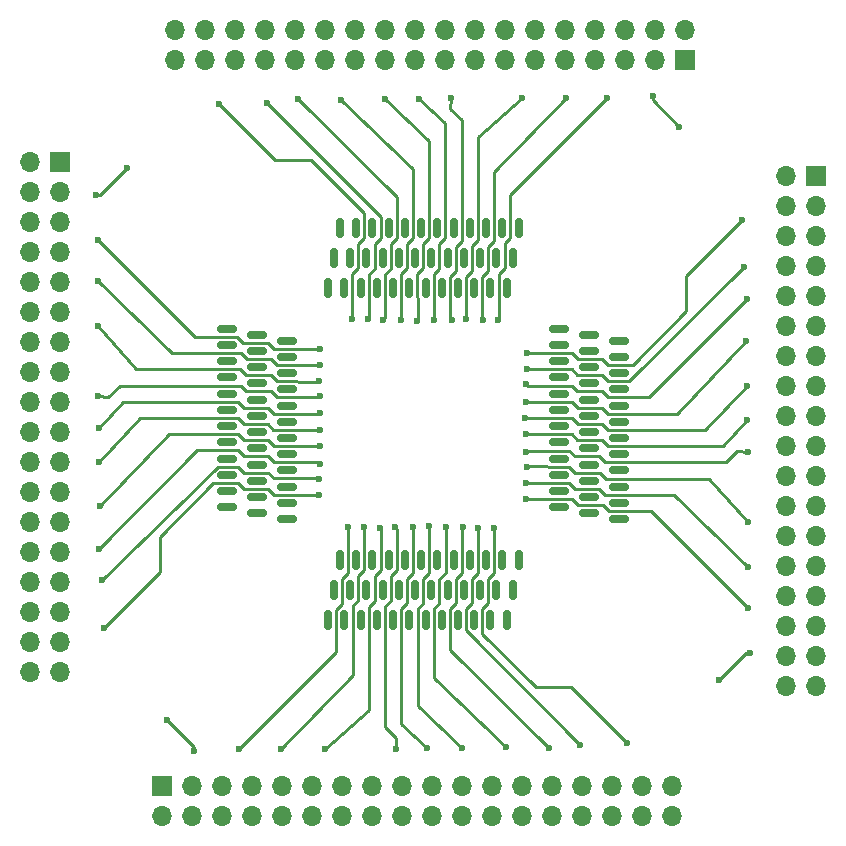
<source format=gbr>
G04 #@! TF.FileFunction,Copper,L2,Bot,Signal*
%FSLAX46Y46*%
G04 Gerber Fmt 4.6, Leading zero omitted, Abs format (unit mm)*
G04 Created by KiCad (PCBNEW 4.0.5+dfsg1-4) date Sat Sep 30 20:54:29 2017*
%MOMM*%
%LPD*%
G01*
G04 APERTURE LIST*
%ADD10C,0.100000*%
%ADD11O,0.700000X1.740000*%
%ADD12O,1.740000X0.700000*%
%ADD13R,1.700000X1.700000*%
%ADD14O,1.700000X1.700000*%
%ADD15C,0.600000*%
%ADD16C,0.250000*%
G04 APERTURE END LIST*
D10*
D11*
X146127501Y-105325000D03*
X144752501Y-105325000D03*
D12*
X129735001Y-85762500D03*
X129735001Y-87137500D03*
X129735001Y-88512500D03*
X129735001Y-89887500D03*
X129735001Y-91262500D03*
X129735001Y-92637500D03*
X129735001Y-94012500D03*
X129735001Y-95387500D03*
X129735001Y-96762500D03*
X129735001Y-98137500D03*
X129735001Y-99512500D03*
X129735001Y-100887500D03*
X162895001Y-86762500D03*
X162895001Y-88137500D03*
X162895001Y-89512500D03*
X162895001Y-90887500D03*
X162895001Y-92262500D03*
X162895001Y-93637500D03*
X162895001Y-95012500D03*
X162895001Y-96387500D03*
X162895001Y-97762500D03*
X162895001Y-99137500D03*
X162895001Y-100512500D03*
X162895001Y-101887500D03*
X160355001Y-86262500D03*
X160355001Y-87637500D03*
X160355001Y-89012500D03*
X160355001Y-90387500D03*
X160355001Y-91762500D03*
X160355001Y-93137500D03*
X160355001Y-94512500D03*
X160355001Y-95887500D03*
X160355001Y-97262500D03*
X160355001Y-98637500D03*
X160355001Y-100012500D03*
X160355001Y-101387500D03*
X132275001Y-86262500D03*
X132275001Y-87637500D03*
X132275001Y-89012500D03*
X132275001Y-90387500D03*
X132275001Y-91762500D03*
X132275001Y-93137500D03*
X132275001Y-94512500D03*
X132275001Y-95887500D03*
X132275001Y-97262500D03*
X132275001Y-98637500D03*
X132275001Y-100012500D03*
X132275001Y-101387500D03*
X157815001Y-85762500D03*
X157815001Y-87137500D03*
X157815001Y-88512500D03*
X157815001Y-89887500D03*
X157815001Y-91262500D03*
X157815001Y-92637500D03*
X157815001Y-94012500D03*
X157815001Y-95387500D03*
X157815001Y-96762500D03*
X157815001Y-98137500D03*
X157815001Y-99512500D03*
X134815001Y-86762500D03*
X134815001Y-88137500D03*
X134815001Y-89512500D03*
X134815001Y-90887500D03*
X134815001Y-92262500D03*
X134815001Y-93637500D03*
X134815001Y-95012500D03*
X134815001Y-96387500D03*
X134815001Y-97762500D03*
X134815001Y-99137500D03*
X134815001Y-100512500D03*
X157815001Y-100887500D03*
X134815001Y-101887500D03*
D11*
X139252501Y-77245000D03*
X139252501Y-105325000D03*
X140627501Y-77245000D03*
X142002501Y-77245000D03*
X143377501Y-77245000D03*
X144752501Y-77245000D03*
X146127501Y-77245000D03*
X147502501Y-77245000D03*
X148877501Y-77245000D03*
X150252501Y-77245000D03*
X151627501Y-77245000D03*
X153002501Y-77245000D03*
X154377501Y-77245000D03*
X140627501Y-105325000D03*
X142002501Y-105325000D03*
X143377501Y-105325000D03*
X147502501Y-105325000D03*
X148877501Y-105325000D03*
X150252501Y-105325000D03*
X151627501Y-105325000D03*
X153002501Y-105325000D03*
X154377501Y-105325000D03*
X138752501Y-79785000D03*
X140127501Y-79785000D03*
X141502501Y-79785000D03*
X142877501Y-79785000D03*
X144252501Y-79785000D03*
X145627501Y-79785000D03*
X147002501Y-79785000D03*
X148377501Y-79785000D03*
X149752501Y-79785000D03*
X151127501Y-79785000D03*
X152502501Y-79785000D03*
X153877501Y-79785000D03*
X138752501Y-107865000D03*
X140127501Y-107865000D03*
X141502501Y-107865000D03*
X142877501Y-107865000D03*
X144252501Y-107865000D03*
X145627501Y-107865000D03*
X147002501Y-107865000D03*
X148377501Y-107865000D03*
X149752501Y-107865000D03*
X151127501Y-107865000D03*
X152502501Y-107865000D03*
X153877501Y-107865000D03*
X138252501Y-110405000D03*
X139627501Y-110405000D03*
X141002501Y-110405000D03*
X142377501Y-110405000D03*
X143752501Y-110405000D03*
X145127501Y-110405000D03*
X146502501Y-110405000D03*
X147877501Y-110405000D03*
X149252501Y-110405000D03*
X150627501Y-110405000D03*
X152002501Y-110405000D03*
X153377501Y-110405000D03*
X138252501Y-82325000D03*
X139627501Y-82325000D03*
X141002501Y-82325000D03*
X142377501Y-82325000D03*
X143752501Y-82325000D03*
X145127501Y-82325000D03*
X146502501Y-82325000D03*
X147877501Y-82325000D03*
X149252501Y-82325000D03*
X150627501Y-82325000D03*
X152002501Y-82325000D03*
X153377501Y-82325000D03*
D13*
X115570000Y-71660000D03*
D14*
X113030000Y-71660000D03*
X115570000Y-74200000D03*
X113030000Y-74200000D03*
X115570000Y-76740000D03*
X113030000Y-76740000D03*
X115570000Y-79280000D03*
X113030000Y-79280000D03*
X115570000Y-81820000D03*
X113030000Y-81820000D03*
X115570000Y-84360000D03*
X113030000Y-84360000D03*
X115570000Y-86900000D03*
X113030000Y-86900000D03*
X115570000Y-89440000D03*
X113030000Y-89440000D03*
X115570000Y-91980000D03*
X113030000Y-91980000D03*
X115570000Y-94520000D03*
X113030000Y-94520000D03*
X115570000Y-97060000D03*
X113030000Y-97060000D03*
X115570000Y-99600000D03*
X113030000Y-99600000D03*
X115570000Y-102140000D03*
X113030000Y-102140000D03*
X115570000Y-104680000D03*
X113030000Y-104680000D03*
X115570000Y-107220000D03*
X113030000Y-107220000D03*
X115570000Y-109760000D03*
X113030000Y-109760000D03*
X115570000Y-112300000D03*
X113030000Y-112300000D03*
X115570000Y-114840000D03*
X113030000Y-114840000D03*
D13*
X168500000Y-63010000D03*
D14*
X168500000Y-60470000D03*
X165960000Y-63010000D03*
X165960000Y-60470000D03*
X163420000Y-63010000D03*
X163420000Y-60470000D03*
X160880000Y-63010000D03*
X160880000Y-60470000D03*
X158340000Y-63010000D03*
X158340000Y-60470000D03*
X155800000Y-63010000D03*
X155800000Y-60470000D03*
X153260000Y-63010000D03*
X153260000Y-60470000D03*
X150720000Y-63010000D03*
X150720000Y-60470000D03*
X148180000Y-63010000D03*
X148180000Y-60470000D03*
X145640000Y-63010000D03*
X145640000Y-60470000D03*
X143100000Y-63010000D03*
X143100000Y-60470000D03*
X140560000Y-63010000D03*
X140560000Y-60470000D03*
X138020000Y-63010000D03*
X138020000Y-60470000D03*
X135480000Y-63010000D03*
X135480000Y-60470000D03*
X132940000Y-63010000D03*
X132940000Y-60470000D03*
X130400000Y-63010000D03*
X130400000Y-60470000D03*
X127860000Y-63010000D03*
X127860000Y-60470000D03*
X125320000Y-63010000D03*
X125320000Y-60470000D03*
D13*
X124170000Y-124460000D03*
D14*
X124170000Y-127000000D03*
X126710000Y-124460000D03*
X126710000Y-127000000D03*
X129250000Y-124460000D03*
X129250000Y-127000000D03*
X131790000Y-124460000D03*
X131790000Y-127000000D03*
X134330000Y-124460000D03*
X134330000Y-127000000D03*
X136870000Y-124460000D03*
X136870000Y-127000000D03*
X139410000Y-124460000D03*
X139410000Y-127000000D03*
X141950000Y-124460000D03*
X141950000Y-127000000D03*
X144490000Y-124460000D03*
X144490000Y-127000000D03*
X147030000Y-124460000D03*
X147030000Y-127000000D03*
X149570000Y-124460000D03*
X149570000Y-127000000D03*
X152110000Y-124460000D03*
X152110000Y-127000000D03*
X154650000Y-124460000D03*
X154650000Y-127000000D03*
X157190000Y-124460000D03*
X157190000Y-127000000D03*
X159730000Y-124460000D03*
X159730000Y-127000000D03*
X162270000Y-124460000D03*
X162270000Y-127000000D03*
X164810000Y-124460000D03*
X164810000Y-127000000D03*
X167350000Y-124460000D03*
X167350000Y-127000000D03*
D13*
X179530000Y-72790000D03*
D14*
X176990000Y-72790000D03*
X179530000Y-75330000D03*
X176990000Y-75330000D03*
X179530000Y-77870000D03*
X176990000Y-77870000D03*
X179530000Y-80410000D03*
X176990000Y-80410000D03*
X179530000Y-82950000D03*
X176990000Y-82950000D03*
X179530000Y-85490000D03*
X176990000Y-85490000D03*
X179530000Y-88030000D03*
X176990000Y-88030000D03*
X179530000Y-90570000D03*
X176990000Y-90570000D03*
X179530000Y-93110000D03*
X176990000Y-93110000D03*
X179530000Y-95650000D03*
X176990000Y-95650000D03*
X179530000Y-98190000D03*
X176990000Y-98190000D03*
X179530000Y-100730000D03*
X176990000Y-100730000D03*
X179530000Y-103270000D03*
X176990000Y-103270000D03*
X179530000Y-105810000D03*
X176990000Y-105810000D03*
X179530000Y-108350000D03*
X176990000Y-108350000D03*
X179530000Y-110890000D03*
X176990000Y-110890000D03*
X179530000Y-113430000D03*
X176990000Y-113430000D03*
X179530000Y-115970000D03*
X176990000Y-115970000D03*
D15*
X118610000Y-74400000D03*
X121200000Y-72140000D03*
X137530000Y-87470000D03*
X118750000Y-78250000D03*
X118750000Y-81750000D03*
X137540000Y-88800000D03*
X118750000Y-85500000D03*
X137510000Y-90180000D03*
X118750000Y-91480000D03*
X137580000Y-91420000D03*
X137570000Y-92930000D03*
X118860000Y-94160000D03*
X137610000Y-94330000D03*
X118860000Y-97060000D03*
X118910000Y-100810000D03*
X137570000Y-95700000D03*
X137530000Y-97220000D03*
X118860000Y-104440000D03*
X119140000Y-107070000D03*
X137510000Y-98470000D03*
X119300000Y-111090000D03*
X137480000Y-99820000D03*
X165735104Y-66078200D03*
X167995104Y-68668200D03*
X152665104Y-84998200D03*
X161885104Y-66218200D03*
X158385104Y-66218200D03*
X151335104Y-85008200D03*
X154635104Y-66218200D03*
X149955104Y-84978200D03*
X148655104Y-66218200D03*
X148715104Y-85048200D03*
X145975104Y-66328200D03*
X147205104Y-85038200D03*
X145805104Y-85078200D03*
X143075104Y-66328200D03*
X139325104Y-66378200D03*
X144435104Y-85038200D03*
X142915104Y-84998200D03*
X135695104Y-66328200D03*
X133065104Y-66608200D03*
X141665104Y-84978200D03*
X129045104Y-66768200D03*
X140315104Y-84948200D03*
X124634657Y-118910719D03*
X126894657Y-121500719D03*
X139964657Y-102580719D03*
X130744657Y-121360719D03*
X141294657Y-102570719D03*
X134244657Y-121360719D03*
X142674657Y-102600719D03*
X137994657Y-121360719D03*
X143914657Y-102530719D03*
X143974657Y-121360719D03*
X145424657Y-102540719D03*
X146654657Y-121250719D03*
X146824657Y-102500719D03*
X149554657Y-121250719D03*
X148194657Y-102540719D03*
X153304657Y-121200719D03*
X149714657Y-102580719D03*
X156934657Y-121250719D03*
X150964657Y-102600719D03*
X159564657Y-120970719D03*
X152314657Y-102630719D03*
X163584657Y-120810719D03*
X155085000Y-87825000D03*
X173265000Y-76555000D03*
X155055000Y-89175000D03*
X173425000Y-80575000D03*
X173705000Y-83205000D03*
X155035000Y-90425000D03*
X154995000Y-91945000D03*
X173655000Y-86835000D03*
X173705000Y-90585000D03*
X154955000Y-93315000D03*
X154995000Y-94715000D03*
X173705000Y-93485000D03*
X154985000Y-96225000D03*
X173815000Y-96165000D03*
X155055000Y-97465000D03*
X173815000Y-102145000D03*
X155025000Y-98845000D03*
X173815000Y-105895000D03*
X173815000Y-109395000D03*
X155035000Y-100175000D03*
X171365000Y-115505000D03*
X173955000Y-113245000D03*
D16*
X118940000Y-74400000D02*
X118610000Y-74400000D01*
X121200000Y-72140000D02*
X118940000Y-74400000D01*
X137510000Y-87450000D02*
X137530000Y-87470000D01*
X133670000Y-87450000D02*
X137510000Y-87450000D01*
X133160000Y-86940000D02*
X133670000Y-87450000D01*
X131050000Y-86940000D02*
X133160000Y-86940000D01*
X130560000Y-86450000D02*
X131050000Y-86940000D01*
X126990000Y-86450000D02*
X130560000Y-86450000D01*
X118750000Y-78250000D02*
X126990000Y-86450000D01*
X137540000Y-88800000D02*
X137510000Y-88830000D01*
X137510000Y-88830000D02*
X133920000Y-88830000D01*
X133920000Y-88830000D02*
X133410000Y-88320000D01*
X133410000Y-88320000D02*
X131360000Y-88320000D01*
X131360000Y-88320000D02*
X130870000Y-87830000D01*
X130870000Y-87830000D02*
X125050000Y-87830000D01*
X125050000Y-87830000D02*
X118750000Y-81750000D01*
X122030000Y-89190000D02*
X118750000Y-85500000D01*
X130820000Y-89190000D02*
X122030000Y-89190000D01*
X131330000Y-89700000D02*
X130820000Y-89190000D01*
X133390000Y-89700000D02*
X131330000Y-89700000D01*
X133890000Y-90200000D02*
X133390000Y-89700000D01*
X137460000Y-90230000D02*
X133890000Y-90200000D01*
X137510000Y-90180000D02*
X137460000Y-90230000D01*
X119660000Y-91530000D02*
X118750000Y-91480000D01*
X120620000Y-90570000D02*
X119660000Y-91530000D01*
X130840000Y-90570000D02*
X120620000Y-90570000D01*
X131340000Y-91070000D02*
X130840000Y-90570000D01*
X133420000Y-91070000D02*
X131340000Y-91070000D01*
X133920000Y-91570000D02*
X133420000Y-91070000D01*
X137430000Y-91570000D02*
X133920000Y-91570000D01*
X137580000Y-91420000D02*
X137430000Y-91570000D01*
X137550000Y-92950000D02*
X137570000Y-92930000D01*
X133700000Y-92950000D02*
X137550000Y-92950000D01*
X133200000Y-92450000D02*
X133700000Y-92950000D01*
X131130000Y-92450000D02*
X133200000Y-92450000D01*
X130630000Y-91950000D02*
X131130000Y-92450000D01*
X120850000Y-91950000D02*
X130630000Y-91950000D01*
X118860000Y-94160000D02*
X120850000Y-91950000D01*
X137590000Y-94310000D02*
X137610000Y-94330000D01*
X133630000Y-94320000D02*
X137590000Y-94310000D01*
X133140000Y-93830000D02*
X133630000Y-94320000D01*
X131120000Y-93830000D02*
X133140000Y-93830000D01*
X130620000Y-93330000D02*
X131120000Y-93830000D01*
X122370000Y-93330000D02*
X130620000Y-93330000D01*
X118860000Y-97060000D02*
X122370000Y-93330000D01*
X118910000Y-100810000D02*
X124800000Y-94700000D01*
X124800000Y-94700000D02*
X130620000Y-94700000D01*
X130620000Y-94700000D02*
X131110000Y-95190000D01*
X131110000Y-95190000D02*
X133140000Y-95190000D01*
X133140000Y-95190000D02*
X133650000Y-95700000D01*
X133650000Y-95700000D02*
X137570000Y-95700000D01*
X137380000Y-97070000D02*
X137530000Y-97220000D01*
X133700000Y-97070000D02*
X137380000Y-97070000D01*
X133200000Y-96570000D02*
X133700000Y-97070000D01*
X131140000Y-96570000D02*
X133200000Y-96570000D01*
X130640000Y-96070000D02*
X131140000Y-96570000D01*
X127140000Y-96070000D02*
X130640000Y-96070000D01*
X118860000Y-104440000D02*
X127140000Y-96070000D01*
X119140000Y-107070000D02*
X128930000Y-97440000D01*
X128930000Y-97440000D02*
X130610000Y-97440000D01*
X130610000Y-97440000D02*
X131110000Y-97940000D01*
X131110000Y-97940000D02*
X133200000Y-97940000D01*
X133200000Y-97940000D02*
X133700000Y-98440000D01*
X133700000Y-98440000D02*
X137480000Y-98440000D01*
X137480000Y-98440000D02*
X137510000Y-98470000D01*
X119300000Y-111090000D02*
X123990000Y-106350000D01*
X123990000Y-106350000D02*
X123990000Y-103360000D01*
X133660000Y-99820000D02*
X137480000Y-99820000D01*
X133160000Y-99320000D02*
X133660000Y-99820000D01*
X131130000Y-99320000D02*
X133160000Y-99320000D01*
X130630000Y-98820000D02*
X131130000Y-99320000D01*
X128530000Y-98820000D02*
X130630000Y-98820000D01*
X123990000Y-103360000D02*
X128530000Y-98820000D01*
X165735104Y-66408200D02*
X165735104Y-66078200D01*
X167995104Y-68668200D02*
X165735104Y-66408200D01*
X152685104Y-84978200D02*
X152665104Y-84998200D01*
X152685104Y-81138200D02*
X152685104Y-84978200D01*
X153195104Y-80628200D02*
X152685104Y-81138200D01*
X153195104Y-78538200D02*
X153195104Y-80628200D01*
X153685104Y-78048200D02*
X153195104Y-78538200D01*
X153685104Y-74458200D02*
X153685104Y-78048200D01*
X161885104Y-66218200D02*
X153685104Y-74458200D01*
X151335104Y-85008200D02*
X151305104Y-84978200D01*
X151305104Y-84978200D02*
X151305104Y-81388200D01*
X151305104Y-81388200D02*
X151815104Y-80878200D01*
X151815104Y-80878200D02*
X151815104Y-78828200D01*
X151815104Y-78828200D02*
X152305104Y-78338200D01*
X152305104Y-78338200D02*
X152305104Y-72518200D01*
X152305104Y-72518200D02*
X158385104Y-66218200D01*
X150945104Y-69498200D02*
X154635104Y-66218200D01*
X150945104Y-78288200D02*
X150945104Y-69498200D01*
X150435104Y-78798200D02*
X150945104Y-78288200D01*
X150435104Y-80858200D02*
X150435104Y-78798200D01*
X149935104Y-81358200D02*
X150435104Y-80858200D01*
X149905104Y-84928200D02*
X149935104Y-81358200D01*
X149955104Y-84978200D02*
X149905104Y-84928200D01*
X148605104Y-67128200D02*
X148655104Y-66218200D01*
X149565104Y-68088200D02*
X148605104Y-67128200D01*
X149565104Y-78308200D02*
X149565104Y-68088200D01*
X149065104Y-78808200D02*
X149565104Y-78308200D01*
X149065104Y-80888200D02*
X149065104Y-78808200D01*
X148565104Y-81388200D02*
X149065104Y-80888200D01*
X148565104Y-84898200D02*
X148565104Y-81388200D01*
X148715104Y-85048200D02*
X148565104Y-84898200D01*
X147185104Y-85018200D02*
X147205104Y-85038200D01*
X147185104Y-81168200D02*
X147185104Y-85018200D01*
X147685104Y-80668200D02*
X147185104Y-81168200D01*
X147685104Y-78598200D02*
X147685104Y-80668200D01*
X148185104Y-78098200D02*
X147685104Y-78598200D01*
X148185104Y-68318200D02*
X148185104Y-78098200D01*
X145975104Y-66328200D02*
X148185104Y-68318200D01*
X145825104Y-85058200D02*
X145805104Y-85078200D01*
X145815104Y-81098200D02*
X145825104Y-85058200D01*
X146305104Y-80608200D02*
X145815104Y-81098200D01*
X146305104Y-78588200D02*
X146305104Y-80608200D01*
X146805104Y-78088200D02*
X146305104Y-78588200D01*
X146805104Y-69838200D02*
X146805104Y-78088200D01*
X143075104Y-66328200D02*
X146805104Y-69838200D01*
X139325104Y-66378200D02*
X145435104Y-72268200D01*
X145435104Y-72268200D02*
X145435104Y-78088200D01*
X145435104Y-78088200D02*
X144945104Y-78578200D01*
X144945104Y-78578200D02*
X144945104Y-80608200D01*
X144945104Y-80608200D02*
X144435104Y-81118200D01*
X144435104Y-81118200D02*
X144435104Y-85038200D01*
X143065104Y-84848200D02*
X142915104Y-84998200D01*
X143065104Y-81168200D02*
X143065104Y-84848200D01*
X143565104Y-80668200D02*
X143065104Y-81168200D01*
X143565104Y-78608200D02*
X143565104Y-80668200D01*
X144065104Y-78108200D02*
X143565104Y-78608200D01*
X144065104Y-74608200D02*
X144065104Y-78108200D01*
X135695104Y-66328200D02*
X144065104Y-74608200D01*
X133065104Y-66608200D02*
X142690104Y-76343200D01*
X142690104Y-76343200D02*
X142695104Y-78078200D01*
X142695104Y-78078200D02*
X142195104Y-78578200D01*
X142195104Y-78578200D02*
X142195104Y-80668200D01*
X142195104Y-80668200D02*
X141695104Y-81168200D01*
X141695104Y-81168200D02*
X141695104Y-84948200D01*
X141695104Y-84948200D02*
X141665104Y-84978200D01*
X129045104Y-66768200D02*
X133785104Y-71458200D01*
X133785104Y-71458200D02*
X136775104Y-71458200D01*
X140315104Y-81128200D02*
X140315104Y-84948200D01*
X140815104Y-80628200D02*
X140315104Y-81128200D01*
X140815104Y-78598200D02*
X140815104Y-80628200D01*
X141315104Y-78098200D02*
X140815104Y-78598200D01*
X141315104Y-75998200D02*
X141315104Y-78098200D01*
X136775104Y-71458200D02*
X141315104Y-75998200D01*
X124634657Y-118910719D02*
X126894657Y-121170719D01*
X126894657Y-121170719D02*
X126894657Y-121500719D01*
X139434657Y-106950719D02*
X139944657Y-106440719D01*
X139944657Y-106440719D02*
X139944657Y-102600719D01*
X139944657Y-102600719D02*
X139964657Y-102580719D01*
X139434657Y-109060719D02*
X139434657Y-106950719D01*
X138944657Y-109550719D02*
X139434657Y-109060719D01*
X138944657Y-113120719D02*
X138944657Y-109550719D01*
X130744657Y-121360719D02*
X138944657Y-113120719D01*
X141324657Y-106190719D02*
X140814657Y-106700719D01*
X140324657Y-109240719D02*
X140324657Y-115060719D01*
X140814657Y-108750719D02*
X140324657Y-109240719D01*
X141294657Y-102570719D02*
X141324657Y-102600719D01*
X141324657Y-102600719D02*
X141324657Y-106190719D01*
X140814657Y-106700719D02*
X140814657Y-108750719D01*
X140324657Y-115060719D02*
X134244657Y-121360719D01*
X141684657Y-109290719D02*
X141684657Y-118080719D01*
X142194657Y-106720719D02*
X142194657Y-108780719D01*
X142724657Y-102650719D02*
X142694657Y-106220719D01*
X142194657Y-108780719D02*
X141684657Y-109290719D01*
X142694657Y-106220719D02*
X142194657Y-106720719D01*
X142674657Y-102600719D02*
X142724657Y-102650719D01*
X141684657Y-118080719D02*
X137994657Y-121360719D01*
X143914657Y-102530719D02*
X144064657Y-102680719D01*
X144024657Y-120450719D02*
X143974657Y-121360719D01*
X143564657Y-106690719D02*
X143564657Y-108770719D01*
X144064657Y-102680719D02*
X144064657Y-106190719D01*
X143064657Y-119490719D02*
X144024657Y-120450719D01*
X143064657Y-109270719D02*
X143064657Y-119490719D01*
X143564657Y-108770719D02*
X143064657Y-109270719D01*
X144064657Y-106190719D02*
X143564657Y-106690719D01*
X146654657Y-121250719D02*
X144444657Y-119260719D01*
X144944657Y-108980719D02*
X144944657Y-106910719D01*
X144944657Y-106910719D02*
X145444657Y-106410719D01*
X145444657Y-106410719D02*
X145444657Y-102560719D01*
X144444657Y-119260719D02*
X144444657Y-109480719D01*
X144444657Y-109480719D02*
X144944657Y-108980719D01*
X145444657Y-102560719D02*
X145424657Y-102540719D01*
X146324657Y-108990719D02*
X146324657Y-106970719D01*
X146814657Y-106480719D02*
X146804657Y-102520719D01*
X146804657Y-102520719D02*
X146824657Y-102500719D01*
X146324657Y-106970719D02*
X146814657Y-106480719D01*
X149554657Y-121250719D02*
X145824657Y-117740719D01*
X145824657Y-117740719D02*
X145824657Y-109490719D01*
X145824657Y-109490719D02*
X146324657Y-108990719D01*
X153304657Y-121200719D02*
X147194657Y-115310719D01*
X147684657Y-109000719D02*
X147684657Y-106970719D01*
X147194657Y-109490719D02*
X147684657Y-109000719D01*
X148194657Y-106460719D02*
X148194657Y-102540719D01*
X147684657Y-106970719D02*
X148194657Y-106460719D01*
X147194657Y-115310719D02*
X147194657Y-109490719D01*
X149564657Y-102730719D02*
X149714657Y-102580719D01*
X156934657Y-121250719D02*
X148564657Y-112970719D01*
X148564657Y-109470719D02*
X149064657Y-108970719D01*
X149064657Y-106910719D02*
X149564657Y-106410719D01*
X149564657Y-106410719D02*
X149564657Y-102730719D01*
X148564657Y-112970719D02*
X148564657Y-109470719D01*
X149064657Y-108970719D02*
X149064657Y-106910719D01*
X159564657Y-120970719D02*
X149940000Y-111260000D01*
X150434657Y-109000719D02*
X150434657Y-106910719D01*
X149934657Y-109500719D02*
X150434657Y-109000719D01*
X149940000Y-111260000D02*
X149934657Y-109500719D01*
X150934657Y-106410719D02*
X150934657Y-102630719D01*
X150934657Y-102630719D02*
X150964657Y-102600719D01*
X150434657Y-106910719D02*
X150934657Y-106410719D01*
X163584657Y-120810719D02*
X158844657Y-116120719D01*
X158844657Y-116120719D02*
X155854657Y-116120719D01*
X155854657Y-116120719D02*
X151314657Y-111580719D01*
X151314657Y-109480719D02*
X151814657Y-108980719D01*
X151814657Y-108980719D02*
X151814657Y-106950719D01*
X151314657Y-111580719D02*
X151314657Y-109480719D01*
X151814657Y-106950719D02*
X152314657Y-106450719D01*
X152314657Y-106450719D02*
X152314657Y-102630719D01*
X168575000Y-84285000D02*
X164035000Y-88825000D01*
X164035000Y-88825000D02*
X161935000Y-88825000D01*
X161935000Y-88825000D02*
X161435000Y-88325000D01*
X161435000Y-88325000D02*
X159405000Y-88325000D01*
X159405000Y-88325000D02*
X158905000Y-87825000D01*
X158905000Y-87825000D02*
X155085000Y-87825000D01*
X168575000Y-81295000D02*
X168575000Y-84285000D01*
X173265000Y-76555000D02*
X168575000Y-81295000D01*
X155085000Y-89205000D02*
X155055000Y-89175000D01*
X158865000Y-89205000D02*
X155085000Y-89205000D01*
X159365000Y-89705000D02*
X158865000Y-89205000D01*
X161455000Y-89705000D02*
X159365000Y-89705000D01*
X161955000Y-90205000D02*
X161455000Y-89705000D01*
X163690000Y-90200000D02*
X161955000Y-90205000D01*
X173425000Y-80575000D02*
X163690000Y-90200000D01*
X173705000Y-83205000D02*
X165425000Y-91575000D01*
X165425000Y-91575000D02*
X161925000Y-91575000D01*
X161925000Y-91575000D02*
X161425000Y-91075000D01*
X161425000Y-91075000D02*
X159365000Y-91075000D01*
X159365000Y-91075000D02*
X158865000Y-90575000D01*
X158865000Y-90575000D02*
X155185000Y-90575000D01*
X155185000Y-90575000D02*
X155035000Y-90425000D01*
X158915000Y-91945000D02*
X154995000Y-91945000D01*
X159425000Y-92455000D02*
X158915000Y-91945000D01*
X161455000Y-92455000D02*
X159425000Y-92455000D01*
X161945000Y-92945000D02*
X161455000Y-92455000D01*
X167765000Y-92945000D02*
X161945000Y-92945000D01*
X173655000Y-86835000D02*
X167765000Y-92945000D01*
X173705000Y-90585000D02*
X170195000Y-94315000D01*
X170195000Y-94315000D02*
X161945000Y-94315000D01*
X161945000Y-94315000D02*
X161445000Y-93815000D01*
X161445000Y-93815000D02*
X159425000Y-93815000D01*
X159425000Y-93815000D02*
X158935000Y-93325000D01*
X158935000Y-93325000D02*
X154975000Y-93335000D01*
X154975000Y-93335000D02*
X154955000Y-93315000D01*
X173705000Y-93485000D02*
X171715000Y-95695000D01*
X171715000Y-95695000D02*
X161935000Y-95695000D01*
X161935000Y-95695000D02*
X161435000Y-95195000D01*
X161435000Y-95195000D02*
X159365000Y-95195000D01*
X159365000Y-95195000D02*
X158865000Y-94695000D01*
X158865000Y-94695000D02*
X155015000Y-94695000D01*
X155015000Y-94695000D02*
X154995000Y-94715000D01*
X154985000Y-96225000D02*
X155135000Y-96075000D01*
X155135000Y-96075000D02*
X158645000Y-96075000D01*
X158645000Y-96075000D02*
X159145000Y-96575000D01*
X159145000Y-96575000D02*
X161225000Y-96575000D01*
X161225000Y-96575000D02*
X161725000Y-97075000D01*
X161725000Y-97075000D02*
X171945000Y-97075000D01*
X171945000Y-97075000D02*
X172905000Y-96115000D01*
X172905000Y-96115000D02*
X173815000Y-96165000D01*
X155055000Y-97465000D02*
X155105000Y-97415000D01*
X155105000Y-97415000D02*
X158675000Y-97445000D01*
X158675000Y-97445000D02*
X159175000Y-97945000D01*
X159175000Y-97945000D02*
X161235000Y-97945000D01*
X161235000Y-97945000D02*
X161745000Y-98455000D01*
X161745000Y-98455000D02*
X170535000Y-98455000D01*
X170535000Y-98455000D02*
X173815000Y-102145000D01*
X167515000Y-99815000D02*
X173815000Y-105895000D01*
X161695000Y-99815000D02*
X167515000Y-99815000D01*
X161205000Y-99325000D02*
X161695000Y-99815000D01*
X159155000Y-99325000D02*
X161205000Y-99325000D01*
X158645000Y-98815000D02*
X159155000Y-99325000D01*
X155055000Y-98815000D02*
X158645000Y-98815000D01*
X155025000Y-98845000D02*
X155055000Y-98815000D01*
X173815000Y-109395000D02*
X165575000Y-101195000D01*
X165575000Y-101195000D02*
X162005000Y-101195000D01*
X162005000Y-101195000D02*
X161515000Y-100705000D01*
X161515000Y-100705000D02*
X159405000Y-100705000D01*
X159405000Y-100705000D02*
X158895000Y-100195000D01*
X158895000Y-100195000D02*
X155055000Y-100195000D01*
X155055000Y-100195000D02*
X155035000Y-100175000D01*
X171365000Y-115505000D02*
X173625000Y-113245000D01*
X173625000Y-113245000D02*
X173955000Y-113245000D01*
M02*

</source>
